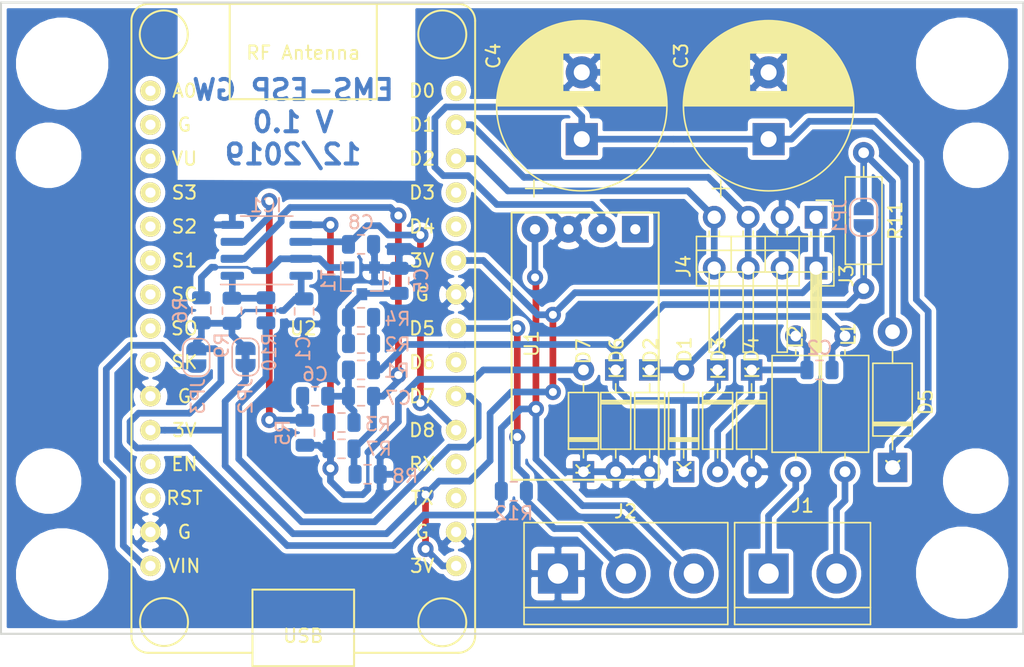
<source format=kicad_pcb>
(kicad_pcb (version 20171130) (host pcbnew "(5.1.5)-3")
  (layers (0 F.Cu signal) (31 B.Cu signal) (34 B.Paste user hide) (35 F.Paste user hide) (36 B.SilkS user) (37 F.SilkS user) (38 B.Mask user hide) (39 F.Mask user hide) (44 Edge.Cuts user))
  (net 0 "")
  (net 1 GND)
  (net 2 "Net-(C2-Pad2)")
  (net 3 "Net-(C2-Pad1)")
  (net 4 "Net-(C3-Pad1)")
  (net 5 "Net-(C5-Pad1)")
  (net 6 "Net-(C6-Pad1)")
  (net 7 "Net-(C6-Pad2)")
  (net 8 "Net-(C7-Pad2)")
  (net 9 /Tx)
  (net 10 /U_REF)
  (net 11 "Net-(IC1-Pad1)")
  (net 12 "Net-(IC1-Pad7)")
  (net 13 /Rx)
  (net 14 +3V3)
  (net 15 "Net-(D1-Pad1)")
  (net 16 "Net-(D5-Pad2)")
  (net 17 "Net-(J1-Pad1)")
  (net 18 "Net-(J1-Pad2)")
  (net 19 /DS)
  (net 20 /SDA)
  (net 21 /SCL)
  (net 22 /3V3_ESP)
  (net 23 "Net-(JP3-Pad2)")
  (net 24 "Net-(U1-Pad1)")
  (net 25 "Net-(U2-Pad1)")
  (net 26 "Net-(U2-Pad2)")
  (net 27 "Net-(U2-Pad3)")
  (net 28 "Net-(U2-Pad4)")
  (net 29 "Net-(U2-Pad5)")
  (net 30 "Net-(U2-Pad6)")
  (net 31 "Net-(U2-Pad7)")
  (net 32 "Net-(U2-Pad8)")
  (net 33 "Net-(U2-Pad9)")
  (net 34 "Net-(U2-Pad12)")
  (net 35 "Net-(U2-Pad13)")
  (net 36 "Net-(U2-Pad18)")
  (net 37 "Net-(U2-Pad19)")
  (net 38 "Net-(U2-Pad22)")
  (net 39 "Net-(U2-Pad26)")
  (net 40 "Net-(U2-Pad27)")
  (net 41 "Net-(U2-Pad30)")
  (module MountingHole:MountingHole_3.5mm (layer F.Cu) (at 201.93 80.01)
    (fp_text reference "" (at 0 -4.5) (layer F.SilkS))
    (fp_text value MountingHole_3.5mm)
    (pad 1 np_thru_hole circle (at 0 0) (size 3.5 3.5) (drill 3.5) (layers *.Cu *.Mask))
  )
  (module MountingHole:MountingHole_3.5mm (layer F.Cu) (at 201.93 118.11)
    (fp_text reference "" (at 0 -4.5) (layer F.SilkS))
    (fp_text value MountingHole_3.5mm)
    (pad 1 np_thru_hole circle (at 0 0) (size 3.5 3.5) (drill 3.5) (layers *.Cu *.Mask))
  )
  (module MountingHole:MountingHole_3.5mm (layer F.Cu) (at 134.62 118.237)
    (fp_text reference "" (at 0 -4.5) (layer F.SilkS))
    (fp_text value MountingHole_3.5mm)
    (pad 1 np_thru_hole circle (at 0 0) (size 3.5 3.5) (drill 3.5) (layers *.Cu *.Mask))
  )
  (module MountingHole:MountingHole_3.5mm (layer F.Cu) (at 134.62 80.01)
    (fp_text reference "" (at 0 -4.5) (layer F.SilkS))
    (fp_text value MountingHole_3.5mm)
    (pad 1 np_thru_hole circle (at 0 0) (size 3.5 3.5) (drill 3.5) (layers *.Cu *.Mask))
  )
  (module MountingHole:MountingHole_2.5mm (layer F.Cu) (at 202.946 86.868)
    (fp_text reference "" (at 0 -3.5) (layer F.SilkS))
    (fp_text value MountingHole_2.5mm)
    (pad 1 np_thru_hole circle (at 0 0) (size 2.5 2.5) (drill 2.5) (layers *.Cu *.Mask))
  )
  (module MountingHole:MountingHole_2.5mm (layer F.Cu) (at 202.946 111.252)
    (fp_text reference "" (at 0 -3.5) (layer F.SilkS))
    (fp_text value MountingHole_2.5mm)
    (pad 1 np_thru_hole circle (at 0 0) (size 2.5 2.5) (drill 2.5) (layers *.Cu *.Mask))
  )
  (module MountingHole:MountingHole_2.5mm (layer F.Cu) (at 133.604 111.252)
    (fp_text reference "" (at 0 -3.5) (layer F.SilkS))
    (fp_text value MountingHole_2.5mm)
    (pad 1 np_thru_hole circle (at 0 0) (size 2.5 2.5) (drill 2.5) (layers *.Cu *.Mask))
  )
  (module MountingHole:MountingHole_2.5mm (layer F.Cu) (at 133.604 86.868)
    (fp_text reference "" (at 0 -3.5) (layer F.SilkS))
    (fp_text value MountingHole_2.5mm)
    (pad 1 np_thru_hole circle (at 0 0) (size 2.5 2.5) (drill 2.5) (layers *.Cu *.Mask))
  )
  (module Resistor_SMD:R_0805_2012Metric (layer B.Cu) (at 156.972 100.965 180)
    (fp_text reference R2 (at -2.7305 -0.0635) (layer B.SilkS) (effects (justify mirror)))
    (fp_text value 330)
    (pad 2 smd roundrect (at 0.9375 0 180) (size 0.975 1.4) (layers B.Cu B.Paste B.Mask) (net 5 "Net-(C5-Pad1)"))
    (pad 1 smd roundrect (at -0.9375 0 180) (size 0.975 1.4) (layers B.Cu B.Paste B.Mask) (net 15 "Net-(D1-Pad1)"))
  )
  (module Resistor_SMD:R_0805_2012Metric (layer B.Cu) (at 152.781 107.6325 270)
    (fp_text reference R5 (at 0 1.65 90) (layer B.SilkS) (effects (justify mirror)))
    (fp_text value 47K)
    (pad 2 smd roundrect (at 0.9375 0 270) (size 0.975 1.4) (layers B.Cu B.Paste B.Mask) (net 10 /U_REF))
    (pad 1 smd roundrect (at -0.9375 0 270) (size 0.975 1.4) (layers B.Cu B.Paste B.Mask) (net 7 "Net-(C6-Pad2)"))
  )
  (module Jumper:SolderJumper-2_P1.3mm_Open_RoundedPad1.0x1.5mm (layer B.Cu) (at 144.653 101.996 270)
    (fp_text reference JP3 (at 2.906 -0.127 90) (layer B.SilkS) (effects (justify mirror)))
    (fp_text value " ")
    (pad 2 smd custom (at 0.65 0 270) (size 1 0.5) (layers B.Cu B.Mask) (net 23 "Net-(JP3-Pad2)") (options (clearance outline) (anchor rect)) (primitives (gr_circle (center 0 -0.25) (end 0.5 -0.25) (width 0)) (gr_circle (center 0 0.25) (end 0.5 0.25) (width 0)) (gr_poly (pts (xy 0 0.75) (xy -0.5 0.75) (xy -0.5 -0.75) (xy 0 -0.75)) (width 0))))
    (pad 1 smd custom (at -0.65 0 270) (size 1 0.5) (layers B.Cu B.Mask) (net 14 +3V3) (options (clearance outline) (anchor rect)) (primitives (gr_circle (center 0 -0.25) (end 0.5 -0.25) (width 0)) (gr_circle (center 0 0.25) (end 0.5 0.25) (width 0)) (gr_poly (pts (xy 0 0.75) (xy 0.5 0.75) (xy 0.5 -0.75) (xy 0 -0.75)) (width 0))))
  )
  (module Jumper:SolderJumper-2_P1.3mm_Bridged_RoundedPad1.0x1.5mm (layer B.Cu) (at 148.336 101.966 270)
    (fp_text reference JP2 (at 2.936 0 90) (layer B.SilkS) (effects (justify mirror)))
    (fp_text value " ")
    (fp_poly (pts (xy 0.25 0.3) (xy -0.25 0.3) (xy -0.25 -0.3) (xy 0.25 -0.3)) (layer B.Cu) (width 0))
    (pad 2 smd custom (at 0.65 0 270) (size 1 0.5) (layers B.Cu B.Mask) (net 22 /3V3_ESP) (options (clearance outline) (anchor rect)) (primitives (gr_circle (center 0 -0.25) (end 0.5 -0.25) (width 0)) (gr_circle (center 0 0.25) (end 0.5 0.25) (width 0)) (gr_poly (pts (xy 0 0.75) (xy -0.5 0.75) (xy -0.5 -0.75) (xy 0 -0.75)) (width 0))))
    (pad 1 smd custom (at -0.65 0 270) (size 1 0.5) (layers B.Cu B.Mask) (net 14 +3V3) (options (clearance outline) (anchor rect)) (primitives (gr_circle (center 0 -0.25) (end 0.5 -0.25) (width 0)) (gr_circle (center 0 0.25) (end 0.5 0.25) (width 0)) (gr_poly (pts (xy 0 0.75) (xy 0.5 0.75) (xy 0.5 -0.75) (xy 0 -0.75)) (width 0))))
  )
  (module Resistor_SMD:R_0805_2012Metric (layer B.Cu) (at 145.034 98.4735 90)
    (fp_text reference R6 (at 0 -1.5875 90) (layer B.SilkS) (effects (justify mirror)))
    (fp_text value 4K7)
    (pad 1 smd roundrect (at -0.9375 0 90) (size 0.975 1.4) (layers B.Cu B.Paste B.Mask) (net 14 +3V3))
    (pad 2 smd roundrect (at 0.9375 0 90) (size 0.975 1.4) (layers B.Cu B.Paste B.Mask) (net 12 "Net-(IC1-Pad7)"))
  )
  (module Resistor_SMD:R_0805_2012Metric (layer B.Cu) (at 147.32 98.5035 90)
    (fp_text reference R9 (at -2.5885 -0.762 90) (layer B.SilkS) (effects (justify mirror)))
    (fp_text value 4K7)
    (pad 1 smd roundrect (at -0.9375 0 90) (size 0.975 1.4) (layers B.Cu B.Paste B.Mask) (net 14 +3V3))
    (pad 2 smd roundrect (at 0.9375 0 90) (size 0.975 1.4) (layers B.Cu B.Paste B.Mask) (net 11 "Net-(IC1-Pad1)"))
  )
  (module Resistor_SMD:R_0805_2012Metric (layer B.Cu) (at 149.86 98.4735 270)
    (fp_text reference R10 (at 3.1265 -0.254 90) (layer B.SilkS) (effects (justify mirror)))
    (fp_text value 100)
    (pad 2 smd roundrect (at 0.9375 0 270) (size 0.975 1.4) (layers B.Cu B.Paste B.Mask) (net 13 /Rx))
    (pad 1 smd roundrect (at -0.9375 0 270) (size 0.975 1.4) (layers B.Cu B.Paste B.Mask) (net 11 "Net-(IC1-Pad1)"))
  )
  (module Resistor_SMD:R_0805_2012Metric (layer B.Cu) (at 155.5115 106.8705 180)
    (fp_text reference R3 (at -2.7305 -0.127) (layer B.SilkS) (effects (justify mirror)))
    (fp_text value 360)
    (pad 1 smd roundrect (at -0.9375 0 180) (size 0.975 1.4) (layers B.Cu B.Paste B.Mask) (net 6 "Net-(C6-Pad1)"))
    (pad 2 smd roundrect (at 0.9375 0 180) (size 0.975 1.4) (layers B.Cu B.Paste B.Mask) (net 10 /U_REF))
  )
  (module Capacitor_SMD:C_0805_2012Metric (layer B.Cu) (at 156.972 104.902)
    (fp_text reference C7 (at 2.794 0.127) (layer B.SilkS) (effects (justify mirror)))
    (fp_text value 1n)
    (pad 2 smd roundrect (at 0.9375 0) (size 0.975 1.4) (layers B.Cu B.Paste B.Mask) (net 8 "Net-(C7-Pad2)"))
    (pad 1 smd roundrect (at -0.9375 0) (size 0.975 1.4) (layers B.Cu B.Paste B.Mask) (net 6 "Net-(C6-Pad1)"))
  )
  (module Resistor_SMD:R_0805_2012Metric (layer B.Cu) (at 156.972 102.9335)
    (fp_text reference R1 (at 2.667 0.0635) (layer B.SilkS) (effects (justify mirror)))
    (fp_text value 10K)
    (pad 2 smd roundrect (at 0.9375 0) (size 0.975 1.4) (layers B.Cu B.Paste B.Mask) (net 15 "Net-(D1-Pad1)"))
    (pad 1 smd roundrect (at -0.9375 0) (size 0.975 1.4) (layers B.Cu B.Paste B.Mask) (net 6 "Net-(C6-Pad1)"))
  )
  (module Capacitor_SMD:C_0805_2012Metric (layer B.Cu) (at 159.8295 96.266 90)
    (fp_text reference C5 (at 0 1.65 90) (layer B.SilkS) (effects (justify mirror)))
    (fp_text value 1.5n)
    (pad 2 smd roundrect (at 0.9375 0 90) (size 0.975 1.4) (layers B.Cu B.Paste B.Mask) (net 1 GND))
    (pad 1 smd roundrect (at -0.9375 0 90) (size 0.975 1.4) (layers B.Cu B.Paste B.Mask) (net 5 "Net-(C5-Pad1)"))
  )
  (module Capacitor_SMD:C_0805_2012Metric (layer B.Cu) (at 153.543 104.902 180)
    (fp_text reference C6 (at 0 1.65 180) (layer B.SilkS) (effects (justify mirror)))
    (fp_text value 10u)
    (pad 2 smd roundrect (at 0.9375 0 180) (size 0.975 1.4) (layers B.Cu B.Paste B.Mask) (net 7 "Net-(C6-Pad2)"))
    (pad 1 smd roundrect (at -0.9375 0 180) (size 0.975 1.4) (layers B.Cu B.Paste B.Mask) (net 6 "Net-(C6-Pad1)"))
  )
  (module Resistor_SMD:R_0805_2012Metric (layer B.Cu) (at 155.5115 108.839 180)
    (fp_text reference R7 (at -2.794 0 180) (layer B.SilkS) (effects (justify mirror)))
    (fp_text value 10K)
    (pad 1 smd roundrect (at -0.9375 0 180) (size 0.975 1.4) (layers B.Cu B.Paste B.Mask) (net 8 "Net-(C7-Pad2)"))
    (pad 2 smd roundrect (at 0.9375 0 180) (size 0.975 1.4) (layers B.Cu B.Paste B.Mask) (net 10 /U_REF))
  )
  (module Capacitor_SMD:C_0805_2012Metric (layer B.Cu) (at 152.7175 98.552 90)
    (fp_text reference C1 (at -2.794 -0.0635 90) (layer B.SilkS) (effects (justify mirror)))
    (fp_text value 100n)
    (pad 1 smd roundrect (at -0.9375 0 90) (size 0.975 1.4) (layers B.Cu B.Paste B.Mask) (net 1 GND))
    (pad 2 smd roundrect (at 0.9375 0 90) (size 0.975 1.4) (layers B.Cu B.Paste B.Mask) (net 14 +3V3))
  )
  (module Resistor_SMD:R_0805_2012Metric (layer B.Cu) (at 156.972 98.9965 180)
    (fp_text reference R4 (at -2.7305 -0.127) (layer B.SilkS) (effects (justify mirror)))
    (fp_text value 330)
    (pad 2 smd roundrect (at 0.9375 0 180) (size 0.975 1.4) (layers B.Cu B.Paste B.Mask) (net 5 "Net-(C5-Pad1)"))
    (pad 1 smd roundrect (at -0.9375 0 180) (size 0.975 1.4) (layers B.Cu B.Paste B.Mask) (net 15 "Net-(D1-Pad1)"))
  )
  (module Package_TO_SOT_SMD:SOT-23 (layer B.Cu) (at 157.0355 96.266 270)
    (fp_text reference T1 (at 0 2.5 90) (layer B.SilkS) (effects (justify mirror)))
    (fp_text value BC847B)
    (pad 1 smd rect (at -1 0.95 270) (size 0.9 0.8) (layers B.Cu B.Paste B.Mask) (net 12 "Net-(IC1-Pad7)"))
    (pad 2 smd rect (at -1 -0.95 270) (size 0.9 0.8) (layers B.Cu B.Paste B.Mask) (net 1 GND))
    (pad 3 smd rect (at 1 0 270) (size 0.9 0.8) (layers B.Cu B.Paste B.Mask) (net 5 "Net-(C5-Pad1)"))
  )
  (module Resistor_SMD:R_0805_2012Metric (layer B.Cu) (at 157.465 110.744)
    (fp_text reference R8 (at 2.809 0.127) (layer B.SilkS) (effects (justify mirror)))
    (fp_text value 100K)
    (pad 2 smd roundrect (at 0.9375 0) (size 0.975 1.4) (layers B.Cu B.Paste B.Mask) (net 1 GND))
    (pad 1 smd roundrect (at -0.9375 0) (size 0.975 1.4) (layers B.Cu B.Paste B.Mask) (net 8 "Net-(C7-Pad2)"))
  )
  (module Capacitor_SMD:C_0805_2012Metric (layer B.Cu) (at 156.972 93.5355)
    (fp_text reference C8 (at 0 -1.651) (layer B.SilkS) (effects (justify mirror)))
    (fp_text value 10n)
    (pad 1 smd roundrect (at -0.9375 0) (size 0.975 1.4) (layers B.Cu B.Paste B.Mask) (net 9 /Tx))
    (pad 2 smd roundrect (at 0.9375 0) (size 0.975 1.4) (layers B.Cu B.Paste B.Mask) (net 1 GND))
  )
  (module Package_SO:SO-8_3.9x4.9mm_P1.27mm (layer B.Cu) (at 149.9235 93.98)
    (fp_text reference IC1 (at -0.0635 -3.3655) (layer B.SilkS) (effects (justify mirror)))
    (fp_text value LM393N)
    (pad 1 smd roundrect (at -2.575 1.905) (size 1.75 0.6) (layers B.Cu B.Paste B.Mask) (net 11 "Net-(IC1-Pad1)"))
    (pad 2 smd roundrect (at -2.575 0.635) (size 1.75 0.6) (layers B.Cu B.Paste B.Mask) (net 8 "Net-(C7-Pad2)"))
    (pad 3 smd roundrect (at -2.575 -0.635) (size 1.75 0.6) (layers B.Cu B.Paste B.Mask) (net 7 "Net-(C6-Pad2)"))
    (pad 4 smd roundrect (at -2.575 -1.905) (size 1.75 0.6) (layers B.Cu B.Paste B.Mask) (net 1 GND))
    (pad 5 smd roundrect (at 2.575 -1.905) (size 1.75 0.6) (layers B.Cu B.Paste B.Mask) (net 10 /U_REF))
    (pad 6 smd roundrect (at 2.575 -0.635) (size 1.75 0.6) (layers B.Cu B.Paste B.Mask) (net 9 /Tx))
    (pad 7 smd roundrect (at 2.575 0.635) (size 1.75 0.6) (layers B.Cu B.Paste B.Mask) (net 12 "Net-(IC1-Pad7)"))
    (pad 8 smd roundrect (at 2.575 1.905) (size 1.75 0.6) (layers B.Cu B.Paste B.Mask) (net 14 +3V3))
  )
  (module Capacitor_SMD:C_0805_2012Metric (layer B.Cu) (at 191.262 102.9335 180)
    (fp_text reference C2 (at 0 1.65) (layer B.SilkS) (effects (justify mirror)))
    (fp_text value 68p)
    (pad 1 smd roundrect (at -0.9375 0 180) (size 0.975 1.4) (layers B.Cu B.Paste B.Mask) (net 3 "Net-(C2-Pad1)"))
    (pad 2 smd roundrect (at 0.9375 0 180) (size 0.975 1.4) (layers B.Cu B.Paste B.Mask) (net 2 "Net-(C2-Pad2)"))
  )
  (module Diode_THT:D_DO-35_SOD27_P7.62mm_Horizontal (layer F.Cu) (at 181.102 110.5535 90)
    (fp_text reference D1 (at 9.144 0.0635 90) (layer F.SilkS))
    (fp_text value BAT42)
    (fp_text user K (at 0.381 0.0635 90) (layer F.SilkS))
    (pad 1 thru_hole rect (at 0 0 90) (size 1.6 1.6) (drill 0.8) (layers *.Cu *.Mask) (net 15 "Net-(D1-Pad1)"))
    (pad 2 thru_hole oval (at 7.62 0 90) (size 1.6 1.6) (drill 0.8) (layers *.Cu *.Mask) (net 3 "Net-(C2-Pad1)"))
  )
  (module Diode_THT:D_DO-35_SOD27_P7.62mm_Horizontal (layer F.Cu) (at 178.562 102.9335 270)
    (fp_text reference D2 (at -1.4605 -0.0635 90) (layer F.SilkS))
    (fp_text value BAT42)
    (fp_text user K (at 0.1905 -0.0635 90) (layer F.SilkS))
    (pad 1 thru_hole rect (at 0 0 270) (size 1.6 1.6) (drill 0.8) (layers *.Cu *.Mask) (net 3 "Net-(C2-Pad1)"))
    (pad 2 thru_hole oval (at 7.62 0 270) (size 1.6 1.6) (drill 0.8) (layers *.Cu *.Mask) (net 1 GND))
  )
  (module Diode_THT:D_DO-35_SOD27_P7.62mm_Horizontal (layer F.Cu) (at 176.022 102.9335 270)
    (fp_text reference D6 (at -1.4605 -0.0635 90) (layer F.SilkS))
    (fp_text value BAT42)
    (fp_text user K (at 0.1905 -0.0635 90) (layer F.SilkS))
    (pad 2 thru_hole oval (at 7.62 0 270) (size 1.6 1.6) (drill 0.8) (layers *.Cu *.Mask) (net 1 GND))
    (pad 1 thru_hole rect (at 0 0 270) (size 1.6 1.6) (drill 0.8) (layers *.Cu *.Mask) (net 15 "Net-(D1-Pad1)"))
  )
  (module Diode_THT:D_DO-35_SOD27_P7.62mm_Horizontal (layer F.Cu) (at 186.182 102.9335 270)
    (fp_text reference D4 (at -1.524 0 90) (layer F.SilkS))
    (fp_text value BAT42)
    (fp_text user K (at 0.1905 -0.0635 90) (layer F.SilkS))
    (pad 1 thru_hole rect (at 0 0 270) (size 1.6 1.6) (drill 0.8) (layers *.Cu *.Mask) (net 2 "Net-(C2-Pad2)"))
    (pad 2 thru_hole oval (at 7.62 0 270) (size 1.6 1.6) (drill 0.8) (layers *.Cu *.Mask) (net 1 GND))
  )
  (module Diode_THT:D_DO-35_SOD27_P7.62mm_Horizontal (layer F.Cu) (at 183.642 102.9335 270)
    (fp_text reference D3 (at -1.524 -0.0635 90) (layer F.SilkS))
    (fp_text value BAT42)
    (fp_text user K (at 0.254 -0.0635 90) (layer F.SilkS))
    (pad 2 thru_hole oval (at 7.62 0 270) (size 1.6 1.6) (drill 0.8) (layers *.Cu *.Mask) (net 2 "Net-(C2-Pad2)"))
    (pad 1 thru_hole rect (at 0 0 270) (size 1.6 1.6) (drill 0.8) (layers *.Cu *.Mask) (net 15 "Net-(D1-Pad1)"))
  )
  (module Inductor_THT:L_Axial_L7.0mm_D3.3mm_P10.16mm_Horizontal_Fastron_MICC (layer F.Cu) (at 193.167 110.5535 90)
    (fp_text reference L1 (at 10.287 0.254 90) (layer F.SilkS))
    (fp_text value 4.7uH)
    (pad 2 thru_hole oval (at 10.16 0 90) (size 1.6 1.6) (drill 0.8) (layers *.Cu *.Mask) (net 3 "Net-(C2-Pad1)"))
    (pad 1 thru_hole circle (at 0 0 90) (size 1.6 1.6) (drill 0.8) (layers *.Cu *.Mask) (net 18 "Net-(J1-Pad2)"))
  )
  (module Inductor_THT:L_Axial_L7.0mm_D3.3mm_P10.16mm_Horizontal_Fastron_MICC (layer F.Cu) (at 189.484 110.5535 90)
    (fp_text reference L2 (at 10.0965 0 90) (layer F.SilkS))
    (fp_text value 4.7uH)
    (pad 1 thru_hole circle (at 0 0 90) (size 1.6 1.6) (drill 0.8) (layers *.Cu *.Mask) (net 17 "Net-(J1-Pad1)"))
    (pad 2 thru_hole oval (at 10.16 0 90) (size 1.6 1.6) (drill 0.8) (layers *.Cu *.Mask) (net 2 "Net-(C2-Pad2)"))
  )
  (module TerminalBlock:TerminalBlock_bornier-2_P5.08mm (layer F.Cu) (at 187.452 118.1735)
    (fp_text reference J1 (at 2.54 -5.08) (layer F.SilkS))
    (fp_text value EMS-Bus)
    (pad 1 thru_hole rect (at 0 0) (size 3 3) (drill 1.52) (layers *.Cu *.Mask) (net 17 "Net-(J1-Pad1)"))
    (pad 2 thru_hole circle (at 5.08 0) (size 3 3) (drill 1.52) (layers *.Cu *.Mask) (net 18 "Net-(J1-Pad2)"))
  )
  (module Diode_THT:D_DO-41_SOD81_P10.16mm_Horizontal (layer F.Cu) (at 196.723 110.236 90)
    (fp_text reference D5 (at 4.8895 2.4765 90) (layer F.SilkS))
    (fp_text value 1N4001)
    (fp_text user K (at 0.1905 0.0635 90) (layer F.SilkS))
    (pad 1 thru_hole rect (at 0 0 90) (size 2.2 2.2) (drill 1.1) (layers *.Cu *.Mask) (net 4 "Net-(C3-Pad1)"))
    (pad 2 thru_hole oval (at 10.16 0 90) (size 2.2 2.2) (drill 1.1) (layers *.Cu *.Mask) (net 16 "Net-(D5-Pad2)"))
  )
  (module MyPower:DC-DC-Buck-Konverter (layer F.Cu) (at 173.736 101.1555 270)
    (fp_text reference U1 (at -0.1905 4.0005 90) (layer F.SilkS))
    (fp_text value DC-Buck_Converter_Chin01)
    (pad 1 thru_hole rect (at -8.75 -3.75 270) (size 2 2) (drill 0.762) (layers *.Cu *.Mask) (net 24 "Net-(U1-Pad1)"))
    (pad 2 thru_hole circle (at -8.75 -1.25 270) (size 2 2) (drill 0.762) (layers *.Cu *.Mask) (net 4 "Net-(C3-Pad1)"))
    (pad 3 thru_hole circle (at -8.75 1.25 270) (size 2 2) (drill 0.762) (layers *.Cu *.Mask) (net 1 GND))
    (pad 4 thru_hole circle (at -8.75 3.75 270) (size 2 2) (drill 0.762) (layers *.Cu *.Mask) (net 14 +3V3))
  )
  (module Diode_THT:D_DO-35_SOD27_P7.62mm_Horizontal (layer F.Cu) (at 173.609 110.5535 90)
    (fp_text reference D7 (at 9.017 0 90) (layer F.SilkS))
    (fp_text value 1N4148)
    (fp_text user K (at 0.1905 0 90) (layer F.SilkS))
    (pad 1 thru_hole rect (at 0 0 90) (size 1.6 1.6) (drill 0.8) (layers *.Cu *.Mask) (net 1 GND))
    (pad 2 thru_hole oval (at 7.62 0 90) (size 1.6 1.6) (drill 0.8) (layers *.Cu *.Mask) (net 10 /U_REF))
  )
  (module Capacitor_THT:CP_Radial_D12.5mm_P5.00mm (layer F.Cu) (at 187.452 85.6615 90)
    (fp_text reference C3 (at 6.223 -6.5405 90) (layer F.SilkS))
    (fp_text value 820u)
    (pad 1 thru_hole rect (at 0 0 90) (size 2.4 2.4) (drill 1.2) (layers *.Cu *.Mask) (net 4 "Net-(C3-Pad1)"))
    (pad 2 thru_hole circle (at 5 0 90) (size 2.4 2.4) (drill 1.2) (layers *.Cu *.Mask) (net 1 GND))
  )
  (module Capacitor_THT:CP_Radial_D12.5mm_P5.00mm (layer F.Cu) (at 173.482 85.6615 90)
    (fp_text reference C4 (at 6.223 -6.604 90) (layer F.SilkS))
    (fp_text value 820u)
    (pad 2 thru_hole circle (at 5 0 90) (size 2.4 2.4) (drill 1.2) (layers *.Cu *.Mask) (net 1 GND))
    (pad 1 thru_hole rect (at 0 0 90) (size 2.4 2.4) (drill 1.2) (layers *.Cu *.Mask) (net 4 "Net-(C3-Pad1)"))
  )
  (module TerminalBlock:TerminalBlock_bornier-3_P5.08mm (layer F.Cu) (at 171.704 118.1735)
    (fp_text reference J2 (at 5.05 -4.65) (layer F.SilkS))
    (fp_text value DS18B20)
    (pad 1 thru_hole rect (at 0 0) (size 3 3) (drill 1.52) (layers *.Cu *.Mask) (net 1 GND))
    (pad 2 thru_hole circle (at 5.08 0) (size 3 3) (drill 1.52) (layers *.Cu *.Mask) (net 19 /DS))
    (pad 3 thru_hole circle (at 10.16 0) (size 3 3) (drill 1.52) (layers *.Cu *.Mask) (net 14 +3V3))
  )
  (module Connector_PinSocket_2.54mm:PinSocket_1x04_P2.54mm_Vertical (layer F.Cu) (at 191.008 95.3135 270)
    (fp_text reference J4 (at -0.127 9.906 90) (layer F.SilkS))
    (fp_text value I2C-BMP180)
    (pad 1 thru_hole rect (at 0 0 270) (size 1.7 1.7) (drill 1) (layers *.Cu *.Mask) (net 22 /3V3_ESP))
    (pad 2 thru_hole oval (at 0 2.54 270) (size 1.7 1.7) (drill 1) (layers *.Cu *.Mask) (net 1 GND))
    (pad 3 thru_hole oval (at 0 5.08 270) (size 1.7 1.7) (drill 1) (layers *.Cu *.Mask) (net 21 /SCL))
    (pad 4 thru_hole oval (at 0 7.62 270) (size 1.7 1.7) (drill 1) (layers *.Cu *.Mask) (net 20 /SDA))
  )
  (module Jumper:SolderJumper-2_P1.3mm_Open_RoundedPad1.0x1.5mm (layer B.Cu) (at 194.564 91.5035 270)
    (fp_text reference JP1 (at 0 1.8 90) (layer B.SilkS) (effects (justify mirror)))
    (fp_text value " ")
    (pad 1 smd custom (at -0.65 0 270) (size 1 0.5) (layers B.Cu B.Mask) (net 16 "Net-(D5-Pad2)") (options (clearance outline) (anchor rect)) (primitives (gr_circle (center 0 -0.25) (end 0.5 -0.25) (width 0)) (gr_circle (center 0 0.25) (end 0.5 0.25) (width 0)) (gr_poly (pts (xy 0 0.75) (xy 0.5 0.75) (xy 0.5 -0.75) (xy 0 -0.75)) (width 0))))
    (pad 2 smd custom (at 0.65 0 270) (size 1 0.5) (layers B.Cu B.Mask) (net 15 "Net-(D1-Pad1)") (options (clearance outline) (anchor rect)) (primitives (gr_circle (center 0 -0.25) (end 0.5 -0.25) (width 0)) (gr_circle (center 0 0.25) (end 0.5 0.25) (width 0)) (gr_poly (pts (xy 0 0.75) (xy -0.5 0.75) (xy -0.5 -0.75) (xy 0 -0.75)) (width 0))))
  )
  (module Resistor_THT:R_Axial_DIN0207_L6.3mm_D2.5mm_P10.16mm_Horizontal (layer F.Cu) (at 194.564 86.6775 270)
    (fp_text reference R11 (at 5.08 -2.37 90) (layer F.SilkS))
    (fp_text value 0)
    (pad 1 thru_hole circle (at 0 0 270) (size 1.6 1.6) (drill 0.8) (layers *.Cu *.Mask) (net 16 "Net-(D5-Pad2)"))
    (pad 2 thru_hole oval (at 10.16 0 270) (size 1.6 1.6) (drill 0.8) (layers *.Cu *.Mask) (net 15 "Net-(D1-Pad1)"))
  )
  (module Connector_PinHeader_2.54mm:PinHeader_1x04_P2.54mm_Horizontal (layer F.Cu) (at 191.008 91.5035 270)
    (fp_text reference J3 (at 4.385 -2.27 90) (layer F.SilkS))
    (fp_text value I2C)
    (pad 1 thru_hole rect (at 0 0 270) (size 1.7 1.7) (drill 1) (layers *.Cu *.Mask) (net 22 /3V3_ESP))
    (pad 2 thru_hole oval (at 0 2.54 270) (size 1.7 1.7) (drill 1) (layers *.Cu *.Mask) (net 1 GND))
    (pad 3 thru_hole oval (at 0 5.08 270) (size 1.7 1.7) (drill 1) (layers *.Cu *.Mask) (net 21 /SCL))
    (pad 4 thru_hole oval (at 0 7.62 270) (size 1.7 1.7) (drill 1) (layers *.Cu *.Mask) (net 20 /SDA))
  )
  (module "ESP:NodeMCU2.0Amica(12-E)" (layer F.Cu) (at 152.654 99.822)
    (fp_text reference U2 (at 0 0) (layer F.SilkS))
    (fp_text value "NodeMCU_1.0_(ESP-12E)")
    (fp_text user USB (at 0 23.0124) (layer F.SilkS))
    (fp_text user "RF Antenna" (at 0 -20.6248) (layer F.SilkS))
    (fp_text user VIN (at -8.89 17.78) (layer F.SilkS))
    (fp_text user G (at -8.89 15.24) (layer F.SilkS))
    (fp_text user RST (at -8.89 12.7) (layer F.SilkS))
    (fp_text user EN (at -8.89 10.16) (layer F.SilkS))
    (fp_text user 3V (at -8.89 7.62) (layer F.SilkS))
    (fp_text user G (at -8.89 5.08) (layer F.SilkS))
    (fp_text user SK (at -8.89 2.54) (layer F.SilkS))
    (fp_text user SO (at -8.89 0) (layer F.SilkS))
    (fp_text user SC (at -8.89 -2.54) (layer F.SilkS))
    (fp_text user S1 (at -8.89 -5.08) (layer F.SilkS))
    (fp_text user S2 (at -8.89 -7.62) (layer F.SilkS))
    (fp_text user S3 (at -8.89 -10.16) (layer F.SilkS))
    (fp_text user VU (at -8.89 -12.7) (layer F.SilkS))
    (fp_text user G (at -8.89 -15.24) (layer F.SilkS))
    (fp_text user A0 (at -8.89 -17.78) (layer F.SilkS))
    (fp_text user 3V (at 8.89 17.78) (layer F.SilkS))
    (fp_text user G (at 8.89 15.24) (layer F.SilkS))
    (fp_text user TX (at 8.89 12.7) (layer F.SilkS))
    (fp_text user RX (at 8.89 10.16) (layer F.SilkS))
    (fp_text user D8 (at 8.89 7.62) (layer F.SilkS))
    (fp_text user D7 (at 8.89 5.08) (layer F.SilkS))
    (fp_text user D6 (at 8.89 2.54) (layer F.SilkS))
    (fp_text user D5 (at 8.89 0) (layer F.SilkS))
    (fp_text user G (at 8.89 -2.54) (layer F.SilkS))
    (fp_text user 3V (at 8.89 -5.08) (layer F.SilkS))
    (fp_text user D4 (at 8.89 -7.62) (layer F.SilkS))
    (fp_text user D3 (at 8.89 -10.16) (layer F.SilkS))
    (fp_text user D2 (at 8.89 -12.7) (layer F.SilkS))
    (fp_text user D1 (at 8.89 -15.24) (layer F.SilkS))
    (fp_text user D0 (at 8.89 -17.78) (layer F.SilkS))
    (pad 1 thru_hole circle (at -11.43 -17.78) (size 1.524 1.524) (drill 0.762) (layers *.Cu *.Mask F.SilkS) (net 25 "Net-(U2-Pad1)"))
    (pad 2 thru_hole circle (at -11.43 -15.24) (size 1.524 1.524) (drill 0.762) (layers *.Cu *.Mask F.SilkS) (net 26 "Net-(U2-Pad2)"))
    (pad 3 thru_hole circle (at -11.43 -12.7) (size 1.524 1.524) (drill 0.762) (layers *.Cu *.Mask F.SilkS) (net 27 "Net-(U2-Pad3)"))
    (pad 4 thru_hole circle (at -11.43 -10.16) (size 1.524 1.524) (drill 0.762) (layers *.Cu *.Mask F.SilkS) (net 28 "Net-(U2-Pad4)"))
    (pad 5 thru_hole circle (at -11.43 -7.62) (size 1.524 1.524) (drill 0.762) (layers *.Cu *.Mask F.SilkS) (net 29 "Net-(U2-Pad5)"))
    (pad 6 thru_hole circle (at -11.43 -5.08) (size 1.524 1.524) (drill 0.762) (layers *.Cu *.Mask F.SilkS) (net 30 "Net-(U2-Pad6)"))
    (pad 7 thru_hole circle (at -11.43 -2.54) (size 1.524 1.524) (drill 0.762) (layers *.Cu *.Mask F.SilkS) (net 31 "Net-(U2-Pad7)"))
    (pad 8 thru_hole circle (at -11.43 0) (size 1.524 1.524) (drill 0.762) (layers *.Cu *.Mask F.SilkS) (net 32 "Net-(U2-Pad8)"))
    (pad 9 thru_hole circle (at -11.43 2.54) (size 1.524 1.524) (drill 0.762) (layers *.Cu *.Mask F.SilkS) (net 33 "Net-(U2-Pad9)"))
    (pad 10 thru_hole circle (at -11.43 5.08) (size 1.524 1.524) (drill 0.762) (layers *.Cu *.Mask F.SilkS) (net 1 GND))
    (pad 11 thru_hole circle (at -11.43 7.62) (size 1.524 1.524) (drill 0.762) (layers *.Cu *.Mask F.SilkS) (net 22 /3V3_ESP))
    (pad 12 thru_hole circle (at -11.43 10.16) (size 1.524 1.524) (drill 0.762) (layers *.Cu *.Mask F.SilkS) (net 34 "Net-(U2-Pad12)"))
    (pad 13 thru_hole circle (at -11.43 12.7) (size 1.524 1.524) (drill 0.762) (layers *.Cu *.Mask F.SilkS) (net 35 "Net-(U2-Pad13)"))
    (pad 14 thru_hole circle (at -11.43 15.24) (size 1.524 1.524) (drill 0.762) (layers *.Cu *.Mask F.SilkS) (net 1 GND))
    (pad 15 thru_hole circle (at -11.43 17.78) (size 1.524 1.524) (drill 0.762) (layers *.Cu *.Mask F.SilkS) (net 23 "Net-(JP3-Pad2)"))
    (pad 16 thru_hole circle (at 11.43 17.78) (size 1.524 1.524) (drill 0.762) (layers *.Cu *.Mask F.SilkS) (net 22 /3V3_ESP))
    (pad 17 thru_hole circle (at 11.43 15.24) (size 1.524 1.524) (drill 0.762) (layers *.Cu *.Mask F.SilkS) (net 1 GND))
    (pad 18 thru_hole circle (at 11.43 12.7) (size 1.524 1.524) (drill 0.762) (layers *.Cu *.Mask F.SilkS) (net 36 "Net-(U2-Pad18)"))
    (pad 19 thru_hole circle (at 11.43 10.16) (size 1.524 1.524) (drill 0.762) (layers *.Cu *.Mask F.SilkS) (net 37 "Net-(U2-Pad19)"))
    (pad 20 thru_hole circle (at 11.43 7.62) (size 1.524 1.524) (drill 0.762) (layers *.Cu *.Mask F.SilkS) (net 9 /Tx))
    (pad 21 thru_hole circle (at 11.43 5.08) (size 1.524 1.524) (drill 0.762) (layers *.Cu *.Mask F.SilkS) (net 13 /Rx))
    (pad 22 thru_hole circle (at 11.43 2.54) (size 1.524 1.524) (drill 0.762) (layers *.Cu *.Mask F.SilkS) (net 38 "Net-(U2-Pad22)"))
    (pad 23 thru_hole circle (at 11.43 0) (size 1.524 1.524) (drill 0.762) (layers *.Cu *.Mask F.SilkS) (net 19 /DS))
    (pad 24 thru_hole circle (at 11.43 -2.54) (size 1.524 1.524) (drill 0.762) (layers *.Cu *.Mask F.SilkS) (net 1 GND))
    (pad 25 thru_hole circle (at 11.43 -5.08) (size 1.524 1.524) (drill 0.762) (layers *.Cu *.Mask F.SilkS) (net 22 /3V3_ESP))
    (pad 26 thru_hole circle (at 11.43 -7.62) (size 1.524 1.524) (drill 0.762) (layers *.Cu *.Mask F.SilkS) (net 39 "Net-(U2-Pad26)"))
    (pad 27 thru_hole circle (at 11.43 -10.16) (size 1.524 1.524) (drill 0.762) (layers *.Cu *.Mask F.SilkS) (net 40 "Net-(U2-Pad27)"))
    (pad 28 thru_hole circle (at 11.43 -12.7) (size 1.524 1.524) (drill 0.762) (layers *.Cu *.Mask F.SilkS) (net 20 /SDA))
    (pad 29 thru_hole circle (at 11.43 -15.24) (size 1.524 1.524) (drill 0.762) (layers *.Cu *.Mask F.SilkS) (net 21 /SCL))
    (pad 30 thru_hole circle (at 11.43 -17.78) (size 1.524 1.524) (drill 0.762) (layers *.Cu *.Mask F.SilkS) (net 41 "Net-(U2-Pad30)"))
  )
  (module Resistor_SMD:R_0805_2012Metric (layer B.Cu) (at 168.402 112.014)
    (fp_text reference R12 (at 0 1.65) (layer B.SilkS) (effects (justify mirror)))
    (fp_text value 4k7)
    (pad 1 smd roundrect (at -0.9375 0) (size 0.975 1.4) (layers B.Cu B.Paste B.Mask) (net 14 +3V3))
    (pad 2 smd roundrect (at 0.9375 0) (size 0.975 1.4) (layers B.Cu B.Paste B.Mask) (net 19 /DS))
  )
  (gr_line (start 206.502 75.438) (end 206.502 122.682) (layer Edge.Cuts) (width 0.15))
  (gr_line (start 130.048 75.438) (end 206.502 75.438) (layer Edge.Cuts) (width 0.15))
  (gr_line (start 130.048 122.682) (end 130.048 75.438) (layer Edge.Cuts) (width 0.15))
  (gr_line (start 206.502 122.682) (end 130.048 122.682) (layer Edge.Cuts) (width 0.15))
  (gr_text "EMS-ESP GW\nV 1.0\n12/2019" (at 151.892 84.3915) (layer B.Cu) (effects (font (size 1.5 1.5) (thickness 0.3)) (justify mirror)))
  (segment (start 178.562 111.8235) (end 178.562 110.5535) (width 0.5) (layer B.Cu) (net 1))
  (segment (start 185.28137 112.5855) (end 179.324 112.5855) (width 0.5) (layer B.Cu) (net 1))
  (segment (start 186.182 110.5535) (end 186.182 111.68487) (width 0.5) (layer B.Cu) (net 1))
  (segment (start 179.324 112.5855) (end 178.562 111.8235) (width 0.5) (layer B.Cu) (net 1))
  (segment (start 186.182 111.68487) (end 185.28137 112.5855) (width 0.5) (layer B.Cu) (net 1))
  (segment (start 178.562 110.5535) (end 176.022 110.5535) (width 0.5) (layer B.Cu) (net 1))
  (segment (start 188.468 91.5035) (end 188.468 95.3135) (width 0.5) (layer B.Cu) (net 1))
  (segment (start 173.482 80.6615) (end 187.452 80.6615) (width 0.5) (layer B.Cu) (net 1))
  (segment (start 157.9855 95.266) (end 159.767 95.266) (width 0.5) (layer B.Cu) (net 1))
  (segment (start 159.767 95.266) (end 159.8295 95.3285) (width 0.2) (layer B.Cu) (net 1))
  (segment (start 157.9855 95.266) (end 157.9855 93.563) (width 0.5) (layer B.Cu) (net 1))
  (segment (start 157.9855 93.563) (end 157.8945 93.472) (width 0.2) (layer B.Cu) (net 1))
  (segment (start 190.3245 101.234) (end 189.484 100.3935) (width 0.5) (layer B.Cu) (net 2))
  (segment (start 190.3245 102.9335) (end 190.3245 101.234) (width 0.5) (layer B.Cu) (net 2))
  (segment (start 190.3245 102.9335) (end 186.182 102.9335) (width 0.5) (layer B.Cu) (net 2))
  (segment (start 183.642 110.5535) (end 183.642 107.5055) (width 0.5) (layer B.Cu) (net 2))
  (segment (start 186.182 104.9655) (end 186.182 102.9335) (width 0.5) (layer B.Cu) (net 2))
  (segment (start 183.642 107.5055) (end 186.182 104.9655) (width 0.5) (layer B.Cu) (net 2))
  (segment (start 192.1995 101.361) (end 193.167 100.3935) (width 0.5) (layer B.Cu) (net 3))
  (segment (start 192.1995 102.9335) (end 192.1995 101.361) (width 0.5) (layer B.Cu) (net 3))
  (segment (start 181.102 102.9335) (end 178.562 102.9335) (width 0.5) (layer B.Cu) (net 3))
  (segment (start 192.367001 99.593501) (end 193.167 100.3935) (width 0.5) (layer B.Cu) (net 3))
  (segment (start 181.102 102.9335) (end 185.1025 98.933) (width 0.5) (layer B.Cu) (net 3))
  (segment (start 191.7065 98.933) (end 192.367001 99.593501) (width 0.5) (layer B.Cu) (net 3))
  (segment (start 185.1025 98.933) (end 191.7065 98.933) (width 0.5) (layer B.Cu) (net 3))
  (segment (start 173.482 85.6615) (end 180.34 85.6615) (width 0.5) (layer B.Cu) (net 4))
  (segment (start 180.34 85.6615) (end 187.452 85.6615) (width 0.5) (layer B.Cu) (net 4))
  (segment (start 189.152 85.6615) (end 187.452 85.6615) (width 0.5) (layer B.Cu) (net 4))
  (segment (start 190.4855 84.328) (end 189.152 85.6615) (width 0.5) (layer B.Cu) (net 4))
  (segment (start 198.501 87.376) (end 195.453 84.328) (width 0.5) (layer B.Cu) (net 4))
  (segment (start 196.723 108.636) (end 199.39 105.969) (width 0.5) (layer B.Cu) (net 4))
  (segment (start 196.723 110.236) (end 196.723 108.636) (width 0.5) (layer B.Cu) (net 4))
  (segment (start 199.39 105.969) (end 199.39 98.552) (width 0.5) (layer B.Cu) (net 4))
  (segment (start 195.453 84.328) (end 190.4855 84.328) (width 0.5) (layer B.Cu) (net 4))
  (segment (start 199.39 98.552) (end 198.501 97.663) (width 0.5) (layer B.Cu) (net 4))
  (segment (start 198.501 97.663) (end 198.501 87.376) (width 0.5) (layer B.Cu) (net 4))
  (segment (start 173.482 83.9615) (end 173.482 85.6615) (width 0.5) (layer B.Cu) (net 4))
  (segment (start 162.4965 84.074) (end 163.316499 83.254001) (width 0.5) (layer B.Cu) (net 4))
  (segment (start 162.4965 87.757) (end 162.4965 84.074) (width 0.5) (layer B.Cu) (net 4))
  (segment (start 174.986 91.293) (end 174.244 90.551) (width 0.5) (layer B.Cu) (net 4))
  (segment (start 174.986 92.4055) (end 174.986 91.293) (width 0.5) (layer B.Cu) (net 4))
  (segment (start 163.316499 83.254001) (end 172.774501 83.254001) (width 0.5) (layer B.Cu) (net 4))
  (segment (start 167.132 90.551) (end 164.973 88.392) (width 0.5) (layer B.Cu) (net 4))
  (segment (start 172.774501 83.254001) (end 173.482 83.9615) (width 0.5) (layer B.Cu) (net 4))
  (segment (start 163.1315 88.392) (end 162.4965 87.757) (width 0.5) (layer B.Cu) (net 4))
  (segment (start 164.973 88.392) (end 163.1315 88.392) (width 0.5) (layer B.Cu) (net 4))
  (segment (start 174.244 90.551) (end 167.132 90.551) (width 0.5) (layer B.Cu) (net 4))
  (segment (start 156.0345 98.9965) (end 156.0345 100.965) (width 0.5) (layer B.Cu) (net 5))
  (segment (start 159.8295 97.2035) (end 157.098 97.2035) (width 0.5) (layer B.Cu) (net 5))
  (segment (start 156.0345 98.267) (end 157.0355 97.266) (width 0.5) (layer B.Cu) (net 5))
  (segment (start 156.0345 98.9965) (end 156.0345 98.267) (width 0.5) (layer B.Cu) (net 5))
  (segment (start 156.0345 105.602) (end 156.449 106.0165) (width 0.5) (layer B.Cu) (net 6))
  (segment (start 156.0345 104.902) (end 156.0345 105.602) (width 0.5) (layer B.Cu) (net 6))
  (segment (start 156.0345 104.902) (end 154.4805 104.902) (width 0.5) (layer B.Cu) (net 6))
  (segment (start 156.0345 102.9335) (end 156.0345 104.902) (width 0.5) (layer B.Cu) (net 6))
  (segment (start 156.449 106.0165) (end 156.449 106.8705) (width 0.5) (layer B.Cu) (net 6))
  (via (at 150.114002 90.297) (size 1.2) (drill 0.6) (layers F.Cu B.Cu) (net 7))
  (segment (start 148.2235 93.345) (end 150.114002 91.454498) (width 0.5) (layer B.Cu) (net 7))
  (segment (start 150.114002 91.454498) (end 150.114002 90.297) (width 0.5) (layer B.Cu) (net 7))
  (segment (start 147.3485 93.345) (end 148.2235 93.345) (width 0.5) (layer B.Cu) (net 7))
  (segment (start 150.114002 90.297) (end 150.114002 106.679998) (width 0.5) (layer F.Cu) (net 7))
  (segment (start 150.962528 106.68) (end 150.114 106.68) (width 0.5) (layer B.Cu) (net 7))
  (via (at 150.114 106.68) (size 1.2) (drill 0.6) (layers F.Cu B.Cu) (net 7))
  (segment (start 150.114002 106.679998) (end 150.114 106.68) (width 0.5) (layer F.Cu) (net 7))
  (segment (start 150.977528 106.695) (end 152.781 106.695) (width 0.5) (layer B.Cu) (net 7))
  (segment (start 150.962528 106.68) (end 150.977528 106.695) (width 0.5) (layer B.Cu) (net 7))
  (segment (start 152.6055 105.602) (end 152.781 105.7775) (width 0.5) (layer B.Cu) (net 7))
  (segment (start 152.6055 104.902) (end 152.6055 105.602) (width 0.5) (layer B.Cu) (net 7))
  (segment (start 152.781 105.7775) (end 152.781 106.695) (width 0.5) (layer B.Cu) (net 7))
  (segment (start 158.397 104.902) (end 157.9095 104.902) (width 0.5) (layer B.Cu) (net 8))
  (via (at 159.766 103.3145) (size 1.2) (drill 0.6) (layers F.Cu B.Cu) (net 8))
  (segment (start 159.766 103.738764) (end 158.602764 104.902) (width 0.5) (layer B.Cu) (net 8))
  (segment (start 158.602764 104.902) (end 158.397 104.902) (width 0.5) (layer B.Cu) (net 8))
  (segment (start 159.766 103.3145) (end 159.766 103.738764) (width 0.5) (layer B.Cu) (net 8))
  (segment (start 157.9095 107.3785) (end 157.9095 104.902) (width 0.5) (layer B.Cu) (net 8))
  (segment (start 159.766 103.3145) (end 159.766 91.376502) (width 0.5) (layer F.Cu) (net 8))
  (via (at 159.765998 91.3765) (size 1.2) (drill 0.6) (layers F.Cu B.Cu) (net 8))
  (segment (start 159.766 91.376502) (end 159.765998 91.3765) (width 0.5) (layer F.Cu) (net 8))
  (segment (start 159.165999 90.776501) (end 159.765998 91.3765) (width 0.5) (layer B.Cu) (net 8))
  (segment (start 148.2235 94.615) (end 151.003 91.8355) (width 0.5) (layer B.Cu) (net 8))
  (segment (start 147.3485 94.615) (end 148.2235 94.615) (width 0.5) (layer B.Cu) (net 8))
  (segment (start 151.003 91.8355) (end 151.003 91.44) (width 0.5) (layer B.Cu) (net 8))
  (segment (start 151.003 91.44) (end 151.666499 90.776501) (width 0.5) (layer B.Cu) (net 8))
  (segment (start 151.666499 90.776501) (end 159.165999 90.776501) (width 0.5) (layer B.Cu) (net 8))
  (segment (start 157.9095 107.3785) (end 156.449 108.839) (width 0.5) (layer B.Cu) (net 8))
  (segment (start 156.449 110.6655) (end 156.5275 110.744) (width 0.5) (layer B.Cu) (net 8))
  (segment (start 156.449 108.839) (end 156.449 110.6655) (width 0.5) (layer B.Cu) (net 8))
  (segment (start 152.4985 93.345) (end 155.8925 93.345) (width 0.5) (layer B.Cu) (net 9))
  (segment (start 155.8925 93.345) (end 156.0195 93.472) (width 0.2) (layer B.Cu) (net 9))
  (via (at 161.417 105.41) (size 1.2) (drill 0.6) (layers F.Cu B.Cu) (net 9))
  (segment (start 164.1475 107.442) (end 162.1155 105.41) (width 0.5) (layer B.Cu) (net 9))
  (segment (start 162.1155 105.41) (end 161.417 105.41) (width 0.5) (layer B.Cu) (net 9))
  (segment (start 161.417 105.41) (end 161.417 92.837) (width 0.5) (layer F.Cu) (net 9))
  (segment (start 156.0345 93.5355) (end 157.4315 92.1385) (width 0.5) (layer B.Cu) (net 9))
  (via (at 161.417 92.837) (size 1.2) (drill 0.6) (layers F.Cu B.Cu) (net 9))
  (segment (start 159.015998 92.837) (end 160.780604 92.837) (width 0.5) (layer B.Cu) (net 9))
  (segment (start 160.780604 92.837) (end 161.417 92.837) (width 0.5) (layer B.Cu) (net 9))
  (segment (start 157.4315 92.1385) (end 158.317498 92.1385) (width 0.5) (layer B.Cu) (net 9))
  (segment (start 158.317498 92.1385) (end 159.015998 92.837) (width 0.5) (layer B.Cu) (net 9))
  (segment (start 152.4985 92.075) (end 154.686 92.075) (width 0.5) (layer B.Cu) (net 10))
  (segment (start 157.48 111.633) (end 157.48 109.093) (width 0.25) (layer B.Cu) (net 10))
  (segment (start 157.48 109.093) (end 157.48 108.966) (width 0.25) (layer B.Cu) (net 10))
  (segment (start 159.766 106.807) (end 157.48 109.093) (width 0.5) (layer B.Cu) (net 10))
  (segment (start 166.116 102.9335) (end 165.4175 103.632) (width 0.5) (layer B.Cu) (net 10))
  (segment (start 161.29 103.632) (end 159.766 105.156) (width 0.5) (layer B.Cu) (net 10))
  (segment (start 165.4175 103.632) (end 161.29 103.632) (width 0.5) (layer B.Cu) (net 10))
  (segment (start 159.766 105.156) (end 159.766 106.807) (width 0.5) (layer B.Cu) (net 10))
  (via (at 154.685999 92.075) (size 1.2) (drill 0.6) (layers F.Cu B.Cu) (net 10))
  (segment (start 154.685999 110.299497) (end 154.685999 92.075) (width 0.5) (layer F.Cu) (net 10))
  (via (at 154.685985 110.299497) (size 1.2) (drill 0.6) (layers F.Cu B.Cu) (net 10))
  (segment (start 154.574 110.187512) (end 154.685985 110.299497) (width 0.5) (layer B.Cu) (net 10))
  (segment (start 155.702 112.268) (end 154.685985 111.251985) (width 0.5) (layer B.Cu) (net 10))
  (segment (start 157.099 112.268) (end 155.702 112.268) (width 0.5) (layer B.Cu) (net 10))
  (segment (start 157.48 111.633) (end 157.48 111.887) (width 0.5) (layer B.Cu) (net 10))
  (segment (start 154.685985 111.251985) (end 154.685985 110.299497) (width 0.5) (layer B.Cu) (net 10))
  (segment (start 157.48 111.887) (end 157.099 112.268) (width 0.5) (layer B.Cu) (net 10))
  (segment (start 166.116 102.9335) (end 173.609 102.9335) (width 0.5) (layer B.Cu) (net 10))
  (segment (start 154.685985 108.950985) (end 154.574 108.839) (width 0.5) (layer B.Cu) (net 10))
  (segment (start 154.685985 110.299497) (end 154.685985 108.950985) (width 0.5) (layer B.Cu) (net 10))
  (segment (start 154.574 108.839) (end 154.574 106.8705) (width 0.5) (layer B.Cu) (net 10))
  (segment (start 153.8175 108.57) (end 152.781 108.57) (width 0.5) (layer B.Cu) (net 10))
  (segment (start 154.574 108.839) (end 154.0865 108.839) (width 0.5) (layer B.Cu) (net 10))
  (segment (start 154.0865 108.839) (end 153.8175 108.57) (width 0.5) (layer B.Cu) (net 10))
  (segment (start 147.32 95.9135) (end 147.3485 95.885) (width 0.5) (layer B.Cu) (net 11))
  (segment (start 147.3485 97.5375) (end 147.32 97.566) (width 0.5) (layer B.Cu) (net 11))
  (segment (start 147.3485 95.885) (end 147.3485 97.5375) (width 0.5) (layer B.Cu) (net 11))
  (segment (start 149.83 97.566) (end 149.86 97.536) (width 0.5) (layer B.Cu) (net 11))
  (segment (start 147.32 97.566) (end 149.83 97.566) (width 0.5) (layer B.Cu) (net 11))
  (segment (start 152.4985 94.615) (end 153.8605 94.615) (width 0.5) (layer B.Cu) (net 12))
  (segment (start 154.5115 95.266) (end 156.0855 95.266) (width 0.5) (layer B.Cu) (net 12))
  (segment (start 153.8605 94.615) (end 154.5115 95.266) (width 0.5) (layer B.Cu) (net 12))
  (segment (start 150.0505 95.504) (end 148.971 95.504) (width 0.5) (layer B.Cu) (net 12))
  (segment (start 152.4985 94.615) (end 150.9395 94.615) (width 0.5) (layer B.Cu) (net 12))
  (segment (start 150.9395 94.615) (end 150.0505 95.504) (width 0.5) (layer B.Cu) (net 12))
  (segment (start 148.463 95.25) (end 148.971 95.504) (width 0.2) (layer B.Cu) (net 12))
  (segment (start 146.177 95.25) (end 148.463 95.25) (width 0.2) (layer B.Cu) (net 12))
  (segment (start 145.796 95.25) (end 145.034 96.012) (width 0.5) (layer B.Cu) (net 12))
  (segment (start 146.05 95.25) (end 145.796 95.25) (width 0.5) (layer B.Cu) (net 12))
  (segment (start 145.034 96.012) (end 145.034 97.536) (width 0.5) (layer B.Cu) (net 12))
  (segment (start 165.1 104.902) (end 164.1475 104.902) (width 0.5) (layer B.Cu) (net 13))
  (segment (start 164.973 108.712) (end 165.735 107.95) (width 0.5) (layer B.Cu) (net 13))
  (segment (start 163.576 108.712) (end 164.973 108.712) (width 0.5) (layer B.Cu) (net 13))
  (segment (start 157.988 114.3) (end 163.576 108.712) (width 0.5) (layer B.Cu) (net 13))
  (segment (start 165.735 107.95) (end 165.735 105.537) (width 0.5) (layer B.Cu) (net 13))
  (segment (start 149.86 103.505) (end 147.828 105.537) (width 0.5) (layer B.Cu) (net 13))
  (segment (start 149.86 99.411) (end 149.86 103.505) (width 0.5) (layer B.Cu) (net 13))
  (segment (start 147.828 109.601) (end 152.527 114.3) (width 0.5) (layer B.Cu) (net 13))
  (segment (start 152.527 114.3) (end 157.988 114.3) (width 0.5) (layer B.Cu) (net 13))
  (segment (start 165.735 105.537) (end 165.1 104.902) (width 0.5) (layer B.Cu) (net 13))
  (segment (start 147.828 105.537) (end 147.828 109.601) (width 0.5) (layer B.Cu) (net 13))
  (segment (start 152.7175 96.104) (end 152.4985 95.885) (width 0.2) (layer B.Cu) (net 14))
  (segment (start 152.4985 97.3955) (end 152.7175 97.6145) (width 0.5) (layer B.Cu) (net 14))
  (segment (start 152.4985 95.885) (end 152.4985 97.3955) (width 0.5) (layer B.Cu) (net 14))
  (via (at 170.052996 105.8545) (size 1.2) (drill 0.6) (layers F.Cu B.Cu) (net 14))
  (segment (start 181.864 118.1735) (end 176.784 113.0935) (width 0.5) (layer B.Cu) (net 14))
  (segment (start 170.052996 106.278764) (end 170.052996 105.8545) (width 0.5) (layer B.Cu) (net 14))
  (segment (start 170.052996 109.600996) (end 170.052996 106.278764) (width 0.5) (layer B.Cu) (net 14))
  (segment (start 173.5455 113.0935) (end 170.052996 109.600996) (width 0.5) (layer B.Cu) (net 14))
  (segment (start 176.784 113.0935) (end 173.5455 113.0935) (width 0.5) (layer B.Cu) (net 14))
  (via (at 169.989502 96.012) (size 1.2) (drill 0.6) (layers F.Cu B.Cu) (net 14))
  (segment (start 170.052996 96.075494) (end 169.989502 96.012) (width 0.5) (layer F.Cu) (net 14))
  (segment (start 169.986 96.008498) (end 169.989502 96.012) (width 0.5) (layer B.Cu) (net 14))
  (segment (start 169.986 92.4055) (end 169.986 96.008498) (width 0.5) (layer B.Cu) (net 14))
  (segment (start 170.052996 105.8545) (end 170.052996 96.075494) (width 0.5) (layer F.Cu) (net 14))
  (segment (start 151.1935 98.4885) (end 151.003 98.4885) (width 0.5) (layer B.Cu) (net 14))
  (segment (start 152.7175 97.6145) (end 152.0675 97.6145) (width 0.5) (layer B.Cu) (net 14))
  (segment (start 152.0675 97.6145) (end 151.1935 98.4885) (width 0.5) (layer B.Cu) (net 14))
  (segment (start 144.653 100.846) (end 145.034 100.465) (width 0.5) (layer B.Cu) (net 14))
  (segment (start 144.653 101.346) (end 144.653 100.846) (width 0.5) (layer B.Cu) (net 14))
  (segment (start 145.034 100.465) (end 145.034 99.411) (width 0.5) (layer B.Cu) (net 14))
  (segment (start 148.306 101.346) (end 148.336 101.316) (width 0.5) (layer B.Cu) (net 14))
  (segment (start 145.064 99.441) (end 145.034 99.411) (width 0.5) (layer B.Cu) (net 14))
  (segment (start 147.32 99.441) (end 145.064 99.441) (width 0.5) (layer B.Cu) (net 14))
  (segment (start 148.2725 98.4885) (end 147.32 99.441) (width 0.25) (layer B.Cu) (net 14))
  (segment (start 151.1935 98.4885) (end 148.2725 98.4885) (width 0.25) (layer B.Cu) (net 14))
  (segment (start 147.32 100.3) (end 148.336 101.316) (width 0.5) (layer B.Cu) (net 14))
  (segment (start 147.32 99.441) (end 147.32 100.3) (width 0.5) (layer B.Cu) (net 14))
  (segment (start 167.4645 107.3) (end 167.4645 112.014) (width 0.5) (layer B.Cu) (net 14))
  (segment (start 170.052996 105.8545) (end 168.91 105.8545) (width 0.5) (layer B.Cu) (net 14))
  (segment (start 168.91 105.8545) (end 167.4645 107.3) (width 0.5) (layer B.Cu) (net 14))
  (segment (start 146.4945 101.7905) (end 146.05 101.346) (width 0.5) (layer B.Cu) (net 14))
  (segment (start 146.4945 103.8225) (end 146.4945 101.7905) (width 0.5) (layer B.Cu) (net 14))
  (segment (start 144.145 106.172) (end 146.4945 103.8225) (width 0.5) (layer B.Cu) (net 14))
  (segment (start 139.7 106.807) (end 140.335 106.172) (width 0.5) (layer B.Cu) (net 14))
  (segment (start 139.7 108.2675) (end 139.7 106.807) (width 0.5) (layer B.Cu) (net 14))
  (segment (start 140.208 108.7755) (end 139.7 108.2675) (width 0.5) (layer B.Cu) (net 14))
  (segment (start 161.671 113.792) (end 159.385 116.078) (width 0.5) (layer B.Cu) (net 14))
  (segment (start 140.636738 108.7755) (end 140.208 108.7755) (width 0.5) (layer B.Cu) (net 14))
  (segment (start 167.005 113.792) (end 161.671 113.792) (width 0.5) (layer B.Cu) (net 14))
  (segment (start 146.05 101.346) (end 144.653 101.346) (width 0.5) (layer B.Cu) (net 14))
  (segment (start 159.385 116.078) (end 151.4475 116.078) (width 0.5) (layer B.Cu) (net 14))
  (segment (start 140.335 106.172) (end 144.145 106.172) (width 0.5) (layer B.Cu) (net 14))
  (segment (start 167.4645 112.014) (end 167.4645 113.3325) (width 0.5) (layer B.Cu) (net 14))
  (segment (start 144.139499 108.769999) (end 141.808691 108.772929) (width 0.5) (layer B.Cu) (net 14))
  (segment (start 167.4645 113.3325) (end 167.005 113.792) (width 0.5) (layer B.Cu) (net 14))
  (segment (start 151.4475 116.078) (end 144.139499 108.769999) (width 0.5) (layer B.Cu) (net 14))
  (segment (start 141.808691 108.772929) (end 141.805761 108.769999) (width 0.5) (layer B.Cu) (net 14))
  (segment (start 141.805761 108.769999) (end 140.642239 108.769999) (width 0.5) (layer B.Cu) (net 14))
  (segment (start 140.642239 108.769999) (end 140.636738 108.7755) (width 0.5) (layer B.Cu) (net 14))
  (segment (start 181.102 110.5535) (end 181.102 105.2195) (width 0.5) (layer B.Cu) (net 15))
  (segment (start 183.642 104.2035) (end 183.642 102.9335) (width 0.5) (layer B.Cu) (net 15))
  (segment (start 181.102 105.2195) (end 182.626 105.2195) (width 0.5) (layer B.Cu) (net 15))
  (segment (start 182.626 105.2195) (end 183.642 104.2035) (width 0.5) (layer B.Cu) (net 15))
  (segment (start 176.022 104.2335) (end 176.022 102.9335) (width 0.5) (layer B.Cu) (net 15))
  (segment (start 181.102 105.2195) (end 177.008 105.2195) (width 0.5) (layer B.Cu) (net 15))
  (segment (start 177.008 105.2195) (end 176.022 104.2335) (width 0.5) (layer B.Cu) (net 15))
  (segment (start 194.564 92.1535) (end 194.564 96.8375) (width 0.5) (layer B.Cu) (net 15))
  (segment (start 176.022 101.6335) (end 176.022 102.9335) (width 0.5) (layer B.Cu) (net 15))
  (segment (start 157.9095 100.965) (end 157.9095 102.9335) (width 0.5) (layer B.Cu) (net 15))
  (segment (start 157.9095 98.9965) (end 157.9095 100.965) (width 0.5) (layer B.Cu) (net 15))
  (segment (start 194.564 96.8375) (end 193.3575 98.044) (width 0.5) (layer B.Cu) (net 15))
  (segment (start 179.6115 98.044) (end 176.022 101.6335) (width 0.5) (layer B.Cu) (net 15))
  (segment (start 193.3575 98.044) (end 179.6115 98.044) (width 0.5) (layer B.Cu) (net 15))
  (segment (start 164.734762 101.0285) (end 175.417 101.0285) (width 0.5) (layer B.Cu) (net 15))
  (segment (start 158.4325 102.9335) (end 160.3375 101.0285) (width 0.5) (layer B.Cu) (net 15))
  (segment (start 164.729261 101.034001) (end 164.734762 101.0285) (width 0.5) (layer B.Cu) (net 15))
  (segment (start 157.9095 102.9335) (end 158.4325 102.9335) (width 0.5) (layer B.Cu) (net 15))
  (segment (start 175.417 101.0285) (end 176.022 101.6335) (width 0.5) (layer B.Cu) (net 15))
  (segment (start 160.3375 101.0285) (end 163.560238 101.0285) (width 0.5) (layer B.Cu) (net 15))
  (segment (start 163.560238 101.0285) (end 163.565739 101.034001) (width 0.5) (layer B.Cu) (net 15))
  (segment (start 163.565739 101.034001) (end 164.729261 101.034001) (width 0.5) (layer B.Cu) (net 15))
  (segment (start 194.564 86.6775) (end 194.564 90.8535) (width 0.5) (layer B.Cu) (net 16))
  (segment (start 196.723 88.8365) (end 194.564 86.6775) (width 0.5) (layer B.Cu) (net 16))
  (segment (start 196.723 100.076) (end 196.723 88.8365) (width 0.5) (layer B.Cu) (net 16))
  (segment (start 187.452 113.8555) (end 187.452 118.1735) (width 0.5) (layer B.Cu) (net 17))
  (segment (start 189.484 110.5535) (end 189.484 111.8235) (width 0.5) (layer B.Cu) (net 17))
  (segment (start 189.484 111.8235) (end 187.452 113.8555) (width 0.5) (layer B.Cu) (net 17))
  (segment (start 192.532 113.3475) (end 192.532 118.1735) (width 0.5) (layer B.Cu) (net 18))
  (segment (start 193.167 110.5535) (end 193.167 112.7125) (width 0.5) (layer B.Cu) (net 18))
  (segment (start 193.167 112.7125) (end 192.532 113.3475) (width 0.5) (layer B.Cu) (net 18))
  (via (at 168.655998 107.95) (size 1.2) (drill 0.6) (layers F.Cu B.Cu) (net 19))
  (segment (start 168.655998 99.822002) (end 168.656 99.822) (width 0.5) (layer F.Cu) (net 19))
  (segment (start 168.655998 107.95) (end 168.655998 99.822002) (width 0.5) (layer F.Cu) (net 19))
  (segment (start 164.1475 99.822) (end 168.656 99.822) (width 0.5) (layer B.Cu) (net 19))
  (via (at 168.656 99.822) (size 1.2) (drill 0.6) (layers F.Cu B.Cu) (net 19))
  (segment (start 169.3395 110.9195) (end 169.3395 112.014) (width 0.5) (layer B.Cu) (net 19))
  (segment (start 168.655998 107.95) (end 168.655998 110.235998) (width 0.5) (layer B.Cu) (net 19))
  (segment (start 168.655998 110.235998) (end 169.3395 110.9195) (width 0.5) (layer B.Cu) (net 19))
  (segment (start 169.3395 112.714) (end 171.4335 114.808) (width 0.5) (layer B.Cu) (net 19))
  (segment (start 169.3395 112.014) (end 169.3395 112.714) (width 0.5) (layer B.Cu) (net 19))
  (segment (start 173.4185 114.808) (end 176.784 118.1735) (width 0.5) (layer B.Cu) (net 19))
  (segment (start 171.4335 114.808) (end 173.4185 114.808) (width 0.5) (layer B.Cu) (net 19))
  (segment (start 183.388 91.5035) (end 183.388 95.3135) (width 0.5) (layer B.Cu) (net 20))
  (segment (start 181.4195 89.535) (end 183.388 91.5035) (width 0.5) (layer B.Cu) (net 20))
  (segment (start 167.9575 89.535) (end 181.4195 89.535) (width 0.5) (layer B.Cu) (net 20))
  (segment (start 164.1475 87.122) (end 165.5445 87.122) (width 0.5) (layer B.Cu) (net 20))
  (segment (start 165.5445 87.122) (end 167.9575 89.535) (width 0.5) (layer B.Cu) (net 20))
  (segment (start 185.928 91.5035) (end 185.928 95.3135) (width 0.5) (layer B.Cu) (net 21))
  (segment (start 169.16213 88.519) (end 182.9435 88.519) (width 0.5) (layer B.Cu) (net 21))
  (segment (start 185.078001 90.653501) (end 185.928 91.5035) (width 0.5) (layer B.Cu) (net 21))
  (segment (start 182.9435 88.519) (end 185.078001 90.653501) (width 0.5) (layer B.Cu) (net 21))
  (segment (start 164.1475 84.582) (end 165.22513 84.582) (width 0.5) (layer B.Cu) (net 21))
  (segment (start 165.22513 84.582) (end 169.16213 88.519) (width 0.5) (layer B.Cu) (net 21))
  (segment (start 191.008 91.5035) (end 191.008 95.3135) (width 0.5) (layer B.Cu) (net 22))
  (segment (start 189.992 97.155) (end 172.974 97.155) (width 0.5) (layer B.Cu) (net 22))
  (segment (start 171.622999 98.506001) (end 171.323 98.806) (width 0.5) (layer B.Cu) (net 22))
  (segment (start 172.974 97.155) (end 171.622999 98.506001) (width 0.5) (layer B.Cu) (net 22))
  (segment (start 191.008 95.3135) (end 191.008 96.139) (width 0.5) (layer B.Cu) (net 22))
  (segment (start 191.008 96.139) (end 189.992 97.155) (width 0.5) (layer B.Cu) (net 22))
  (segment (start 165.22513 94.742) (end 164.1475 94.742) (width 0.5) (layer B.Cu) (net 22))
  (segment (start 166.116 94.742) (end 165.22513 94.742) (width 0.5) (layer B.Cu) (net 22))
  (segment (start 171.323 98.806) (end 170.18 98.806) (width 0.5) (layer B.Cu) (net 22))
  (segment (start 170.18 98.806) (end 166.116 94.742) (width 0.5) (layer B.Cu) (net 22))
  (segment (start 171.323 104.584496) (end 171.323004 104.5845) (width 0.5) (layer F.Cu) (net 22))
  (segment (start 171.323 98.806) (end 171.323 104.584496) (width 0.5) (layer F.Cu) (net 22))
  (via (at 171.323004 104.5845) (size 1.2) (drill 0.6) (layers F.Cu B.Cu) (net 22))
  (via (at 171.323 98.806) (size 1.2) (drill 0.6) (layers F.Cu B.Cu) (net 22))
  (segment (start 164.1475 117.602) (end 163.068 117.602) (width 0.5) (layer B.Cu) (net 22))
  (via (at 161.798 116.332) (size 1.2) (drill 0.6) (layers F.Cu B.Cu) (net 22))
  (segment (start 163.068 117.602) (end 161.798 116.332) (width 0.5) (layer B.Cu) (net 22))
  (segment (start 161.798 116.332) (end 161.798 112.268) (width 0.5) (layer F.Cu) (net 22))
  (via (at 161.798 112.268) (size 1.2) (drill 0.6) (layers F.Cu B.Cu) (net 22))
  (segment (start 142.30163 107.442) (end 141.224 107.442) (width 0.5) (layer B.Cu) (net 22))
  (segment (start 148.336 103.759) (end 148.336 102.616) (width 0.5) (layer B.Cu) (net 22))
  (segment (start 158.877 115.189) (end 151.892 115.189) (width 0.5) (layer B.Cu) (net 22))
  (segment (start 146.812 105.283) (end 148.336 103.759) (width 0.5) (layer B.Cu) (net 22))
  (segment (start 161.798 112.268) (end 158.877 115.189) (width 0.5) (layer B.Cu) (net 22))
  (segment (start 151.892 115.189) (end 146.812 110.109) (width 0.5) (layer B.Cu) (net 22))
  (segment (start 142.30163 107.442) (end 146.812 107.442) (width 0.5) (layer B.Cu) (net 22))
  (segment (start 146.812 110.109) (end 146.812 107.442) (width 0.5) (layer B.Cu) (net 22))
  (segment (start 146.812 107.442) (end 146.812 105.283) (width 0.5) (layer B.Cu) (net 22))
  (segment (start 170.89874 104.5845) (end 171.323004 104.5845) (width 0.5) (layer B.Cu) (net 22))
  (segment (start 168.2115 104.5845) (end 170.89874 104.5845) (width 0.5) (layer B.Cu) (net 22))
  (segment (start 162.814 111.252) (end 165.1 111.252) (width 0.5) (layer B.Cu) (net 22))
  (segment (start 166.624 109.728) (end 166.624 106.172) (width 0.5) (layer B.Cu) (net 22))
  (segment (start 161.798 112.268) (end 162.814 111.252) (width 0.5) (layer B.Cu) (net 22))
  (segment (start 166.624 106.172) (end 168.2115 104.5845) (width 0.5) (layer B.Cu) (net 22))
  (segment (start 165.1 111.252) (end 166.624 109.728) (width 0.5) (layer B.Cu) (net 22))
  (segment (start 143.667 102.646) (end 144.653 102.646) (width 0.5) (layer B.Cu) (net 23))
  (segment (start 142.113 101.092) (end 143.667 102.646) (width 0.5) (layer B.Cu) (net 23))
  (segment (start 139.7 101.092) (end 142.113 101.092) (width 0.5) (layer B.Cu) (net 23))
  (segment (start 137.922 102.87) (end 139.7 101.092) (width 0.5) (layer B.Cu) (net 23))
  (segment (start 140.7795 117.602) (end 139.192 116.078) (width 0.5) (layer B.Cu) (net 23))
  (segment (start 139.192 116.078) (end 139.192 110.998) (width 0.5) (layer B.Cu) (net 23))
  (segment (start 137.922 109.728) (end 137.922 102.87) (width 0.5) (layer B.Cu) (net 23))
  (segment (start 141.224 117.602) (end 140.7795 117.602) (width 0.5) (layer B.Cu) (net 23))
  (segment (start 139.192 110.998) (end 137.922 109.728) (width 0.5) (layer B.Cu) (net 23))
  (zone (net 1) (net_name GND) (layer B.Cu) (connect_pads (clearance 0.35)) (min_thickness 0.2) (fill yes (arc_segments 32) (thermal_gap 0.508) (thermal_bridge_width 0.508))
    (polygon (pts (xy 206.502 122.682) (xy 130.048 122.682) (xy 130.048 75.438) (xy 206.502 75.438)))
  )
  (zone (net 0) (net_name "") (layer B.Cu) (connect_pads (clearance 0.35)) (min_thickness 0.2)
    (keepout (tracks allowed) (vias allowed) (copperpour not_allowed))
    (fill (arc_segments 32) (thermal_gap 0.508) (thermal_bridge_width 0.508))
    (polygon (pts (xy 161.036 88.773) (xy 143.256 88.7095) (xy 143.256 75.3745) (xy 161.036 75.438)))
  )
)
</source>
